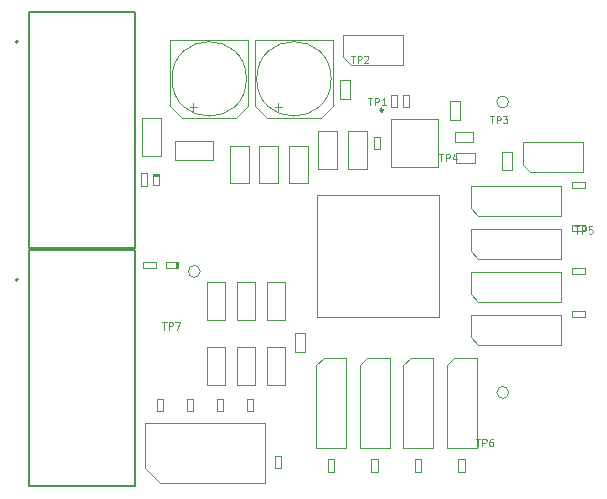
<source format=gbr>
%TF.GenerationSoftware,KiCad,Pcbnew,6.0.1-79c1e3a40b~116~ubuntu20.04.1*%
%TF.CreationDate,2022-01-22T21:44:13+01:00*%
%TF.ProjectId,Step_Down_Converter,53746570-5f44-46f7-976e-5f436f6e7665,rev?*%
%TF.SameCoordinates,Original*%
%TF.FileFunction,AssemblyDrawing,Top*%
%FSLAX46Y46*%
G04 Gerber Fmt 4.6, Leading zero omitted, Abs format (unit mm)*
G04 Created by KiCad (PCBNEW 6.0.1-79c1e3a40b~116~ubuntu20.04.1) date 2022-01-22 21:44:13*
%MOMM*%
%LPD*%
G01*
G04 APERTURE LIST*
%ADD10C,0.070000*%
%ADD11C,0.100000*%
%ADD12C,0.127000*%
%ADD13C,0.200000*%
%ADD14C,0.220000*%
G04 APERTURE END LIST*
D10*
X175992857Y-133371428D02*
X176335714Y-133371428D01*
X176164285Y-133971428D02*
X176164285Y-133371428D01*
X176535714Y-133971428D02*
X176535714Y-133371428D01*
X176764285Y-133371428D01*
X176821428Y-133400000D01*
X176850000Y-133428571D01*
X176878571Y-133485714D01*
X176878571Y-133571428D01*
X176850000Y-133628571D01*
X176821428Y-133657142D01*
X176764285Y-133685714D01*
X176535714Y-133685714D01*
X177078571Y-133371428D02*
X177478571Y-133371428D01*
X177221428Y-133971428D01*
X203742857Y-115921428D02*
X204085714Y-115921428D01*
X203914285Y-116521428D02*
X203914285Y-115921428D01*
X204285714Y-116521428D02*
X204285714Y-115921428D01*
X204514285Y-115921428D01*
X204571428Y-115950000D01*
X204600000Y-115978571D01*
X204628571Y-116035714D01*
X204628571Y-116121428D01*
X204600000Y-116178571D01*
X204571428Y-116207142D01*
X204514285Y-116235714D01*
X204285714Y-116235714D01*
X204828571Y-115921428D02*
X205200000Y-115921428D01*
X205000000Y-116150000D01*
X205085714Y-116150000D01*
X205142857Y-116178571D01*
X205171428Y-116207142D01*
X205200000Y-116264285D01*
X205200000Y-116407142D01*
X205171428Y-116464285D01*
X205142857Y-116492857D01*
X205085714Y-116521428D01*
X204914285Y-116521428D01*
X204857142Y-116492857D01*
X204828571Y-116464285D01*
X202542857Y-143246428D02*
X202885714Y-143246428D01*
X202714285Y-143846428D02*
X202714285Y-143246428D01*
X203085714Y-143846428D02*
X203085714Y-143246428D01*
X203314285Y-143246428D01*
X203371428Y-143275000D01*
X203400000Y-143303571D01*
X203428571Y-143360714D01*
X203428571Y-143446428D01*
X203400000Y-143503571D01*
X203371428Y-143532142D01*
X203314285Y-143560714D01*
X203085714Y-143560714D01*
X203942857Y-143246428D02*
X203828571Y-143246428D01*
X203771428Y-143275000D01*
X203742857Y-143303571D01*
X203685714Y-143389285D01*
X203657142Y-143503571D01*
X203657142Y-143732142D01*
X203685714Y-143789285D01*
X203714285Y-143817857D01*
X203771428Y-143846428D01*
X203885714Y-143846428D01*
X203942857Y-143817857D01*
X203971428Y-143789285D01*
X204000000Y-143732142D01*
X204000000Y-143589285D01*
X203971428Y-143532142D01*
X203942857Y-143503571D01*
X203885714Y-143475000D01*
X203771428Y-143475000D01*
X203714285Y-143503571D01*
X203685714Y-143532142D01*
X203657142Y-143589285D01*
X210952857Y-125246428D02*
X211295714Y-125246428D01*
X211124285Y-125846428D02*
X211124285Y-125246428D01*
X211495714Y-125846428D02*
X211495714Y-125246428D01*
X211724285Y-125246428D01*
X211781428Y-125275000D01*
X211810000Y-125303571D01*
X211838571Y-125360714D01*
X211838571Y-125446428D01*
X211810000Y-125503571D01*
X211781428Y-125532142D01*
X211724285Y-125560714D01*
X211495714Y-125560714D01*
X212381428Y-125246428D02*
X212095714Y-125246428D01*
X212067142Y-125532142D01*
X212095714Y-125503571D01*
X212152857Y-125475000D01*
X212295714Y-125475000D01*
X212352857Y-125503571D01*
X212381428Y-125532142D01*
X212410000Y-125589285D01*
X212410000Y-125732142D01*
X212381428Y-125789285D01*
X212352857Y-125817857D01*
X212295714Y-125846428D01*
X212152857Y-125846428D01*
X212095714Y-125817857D01*
X212067142Y-125789285D01*
X191967857Y-110796428D02*
X192310714Y-110796428D01*
X192139285Y-111396428D02*
X192139285Y-110796428D01*
X192510714Y-111396428D02*
X192510714Y-110796428D01*
X192739285Y-110796428D01*
X192796428Y-110825000D01*
X192825000Y-110853571D01*
X192853571Y-110910714D01*
X192853571Y-110996428D01*
X192825000Y-111053571D01*
X192796428Y-111082142D01*
X192739285Y-111110714D01*
X192510714Y-111110714D01*
X193082142Y-110853571D02*
X193110714Y-110825000D01*
X193167857Y-110796428D01*
X193310714Y-110796428D01*
X193367857Y-110825000D01*
X193396428Y-110853571D01*
X193425000Y-110910714D01*
X193425000Y-110967857D01*
X193396428Y-111053571D01*
X193053571Y-111396428D01*
X193425000Y-111396428D01*
X199442857Y-119121428D02*
X199785714Y-119121428D01*
X199614285Y-119721428D02*
X199614285Y-119121428D01*
X199985714Y-119721428D02*
X199985714Y-119121428D01*
X200214285Y-119121428D01*
X200271428Y-119150000D01*
X200300000Y-119178571D01*
X200328571Y-119235714D01*
X200328571Y-119321428D01*
X200300000Y-119378571D01*
X200271428Y-119407142D01*
X200214285Y-119435714D01*
X199985714Y-119435714D01*
X200842857Y-119321428D02*
X200842857Y-119721428D01*
X200700000Y-119092857D02*
X200557142Y-119521428D01*
X200928571Y-119521428D01*
X193430607Y-114376928D02*
X193773464Y-114376928D01*
X193602035Y-114976928D02*
X193602035Y-114376928D01*
X193973464Y-114976928D02*
X193973464Y-114376928D01*
X194202035Y-114376928D01*
X194259178Y-114405500D01*
X194287750Y-114434071D01*
X194316321Y-114491214D01*
X194316321Y-114576928D01*
X194287750Y-114634071D01*
X194259178Y-114662642D01*
X194202035Y-114691214D01*
X193973464Y-114691214D01*
X194887750Y-114976928D02*
X194544892Y-114976928D01*
X194716321Y-114976928D02*
X194716321Y-114376928D01*
X194659178Y-114462642D01*
X194602035Y-114519785D01*
X194544892Y-114548357D01*
D11*
X196360000Y-109030000D02*
X196360000Y-111570000D01*
X191915000Y-111570000D02*
X191280000Y-110935000D01*
X191280000Y-109030000D02*
X196360000Y-109030000D01*
X196360000Y-111570000D02*
X191915000Y-111570000D01*
X191280000Y-110935000D02*
X191280000Y-109030000D01*
X200362500Y-116200000D02*
X200362500Y-114600000D01*
X201187500Y-114600000D02*
X201187500Y-116200000D01*
X201187500Y-116200000D02*
X200362500Y-116200000D01*
X200362500Y-114600000D02*
X201187500Y-114600000D01*
X174375000Y-128770000D02*
X174375000Y-128230000D01*
X175425000Y-128770000D02*
X174375000Y-128770000D01*
X175425000Y-128230000D02*
X175425000Y-128770000D01*
X174375000Y-128230000D02*
X175425000Y-128230000D01*
X185800000Y-121600000D02*
X184200000Y-121600000D01*
X184200000Y-118400000D02*
X185800000Y-118400000D01*
X184200000Y-121600000D02*
X184200000Y-118400000D01*
X185800000Y-118400000D02*
X185800000Y-121600000D01*
X174720000Y-120750000D02*
X174720000Y-121800000D01*
X174720000Y-121800000D02*
X174180000Y-121800000D01*
X174180000Y-121800000D02*
X174180000Y-120750000D01*
X174180000Y-120750000D02*
X174720000Y-120750000D01*
X191700000Y-120350000D02*
X191700000Y-117150000D01*
X193300000Y-120350000D02*
X191700000Y-120350000D01*
X193300000Y-117150000D02*
X193300000Y-120350000D01*
X191700000Y-117150000D02*
X193300000Y-117150000D01*
X177300000Y-128750000D02*
X176300000Y-128750000D01*
X176300000Y-128250000D02*
X177300000Y-128250000D01*
X176300000Y-128750000D02*
X176300000Y-128250000D01*
X177200000Y-128250000D02*
X177200000Y-128750000D01*
X177100000Y-128250000D02*
X177100000Y-128750000D01*
X177300000Y-128250000D02*
X177300000Y-128750000D01*
X193675000Y-144975000D02*
X194215000Y-144975000D01*
X194215000Y-146025000D02*
X193675000Y-146025000D01*
X194215000Y-144975000D02*
X194215000Y-146025000D01*
X193675000Y-146025000D02*
X193675000Y-144975000D01*
X202088000Y-129080000D02*
X209708000Y-129080000D01*
X202088000Y-130985000D02*
X202088000Y-129080000D01*
X209708000Y-129080000D02*
X209708000Y-131620000D01*
X202723000Y-131620000D02*
X202088000Y-130985000D01*
X209708000Y-131620000D02*
X202723000Y-131620000D01*
X190425000Y-115050000D02*
X190425000Y-109450000D01*
X189425000Y-116050000D02*
X190425000Y-115050000D01*
X184825000Y-116050000D02*
X189425000Y-116050000D01*
X185480000Y-115139838D02*
X186110000Y-115139838D01*
X183825000Y-109450000D02*
X190425000Y-109450000D01*
X183825000Y-115050000D02*
X183825000Y-109450000D01*
X184825000Y-116050000D02*
X183825000Y-115050000D01*
X185795000Y-115454838D02*
X185795000Y-114824838D01*
X190275000Y-112750000D02*
G75*
G03*
X190275000Y-112750000I-3150000J0D01*
G01*
X196355000Y-114100000D02*
X196895000Y-114100000D01*
X196895000Y-115150000D02*
X196355000Y-115150000D01*
X196355000Y-115150000D02*
X196355000Y-114100000D01*
X196895000Y-114100000D02*
X196895000Y-115150000D01*
X190532000Y-146025000D02*
X189992000Y-146025000D01*
X190532000Y-144975000D02*
X190532000Y-146025000D01*
X189992000Y-146025000D02*
X189992000Y-144975000D01*
X189992000Y-144975000D02*
X190532000Y-144975000D01*
X195215000Y-144000000D02*
X192675000Y-144000000D01*
X192675000Y-144000000D02*
X192675000Y-137015000D01*
X193310000Y-136380000D02*
X195215000Y-136380000D01*
X192675000Y-137015000D02*
X193310000Y-136380000D01*
X195215000Y-136380000D02*
X195215000Y-144000000D01*
X210675000Y-132945000D02*
X210675000Y-132405000D01*
X210675000Y-132405000D02*
X211725000Y-132405000D01*
X211725000Y-132945000D02*
X210675000Y-132945000D01*
X211725000Y-132405000D02*
X211725000Y-132945000D01*
X205300000Y-139300000D02*
G75*
G03*
X205300000Y-139300000I-500000J0D01*
G01*
X181325000Y-129950000D02*
X181325000Y-133150000D01*
X179725000Y-129950000D02*
X181325000Y-129950000D01*
X179725000Y-133150000D02*
X179725000Y-129950000D01*
X181325000Y-133150000D02*
X179725000Y-133150000D01*
X195359000Y-114125000D02*
X195859000Y-114125000D01*
X195359000Y-115125000D02*
X195359000Y-114125000D01*
X195859000Y-115125000D02*
X195359000Y-115125000D01*
X195859000Y-114125000D02*
X195859000Y-115125000D01*
X175505000Y-139836000D02*
X176045000Y-139836000D01*
X176045000Y-140886000D02*
X175505000Y-140886000D01*
X175505000Y-140886000D02*
X175505000Y-139836000D01*
X176045000Y-139836000D02*
X176045000Y-140886000D01*
X205587500Y-118900000D02*
X205587500Y-120500000D01*
X205587500Y-120500000D02*
X204762500Y-120500000D01*
X204762500Y-118900000D02*
X205587500Y-118900000D01*
X204762500Y-120500000D02*
X204762500Y-118900000D01*
X209708000Y-135270000D02*
X202723000Y-135270000D01*
X202088000Y-132730000D02*
X209708000Y-132730000D01*
X202088000Y-134635000D02*
X202088000Y-132730000D01*
X209708000Y-132730000D02*
X209708000Y-135270000D01*
X202723000Y-135270000D02*
X202088000Y-134635000D01*
X182265000Y-133150000D02*
X182265000Y-129950000D01*
X183865000Y-129950000D02*
X183865000Y-133150000D01*
X183865000Y-133150000D02*
X182265000Y-133150000D01*
X182265000Y-129950000D02*
X183865000Y-129950000D01*
X189106500Y-122606500D02*
X199393500Y-122606500D01*
X199393500Y-122606500D02*
X199393500Y-132893500D01*
X199393500Y-132893500D02*
X189106500Y-132893500D01*
X189106500Y-132893500D02*
X189106500Y-122606500D01*
X180585000Y-140886000D02*
X180585000Y-139836000D01*
X180585000Y-139836000D02*
X181125000Y-139836000D01*
X181125000Y-140886000D02*
X180585000Y-140886000D01*
X181125000Y-139836000D02*
X181125000Y-140886000D01*
X202088000Y-121780000D02*
X209708000Y-121780000D01*
X202723000Y-124320000D02*
X202088000Y-123685000D01*
X202088000Y-123685000D02*
X202088000Y-121780000D01*
X209708000Y-121780000D02*
X209708000Y-124320000D01*
X209708000Y-124320000D02*
X202723000Y-124320000D01*
X182265000Y-138650000D02*
X182265000Y-135450000D01*
X183865000Y-135450000D02*
X183865000Y-138650000D01*
X183865000Y-138650000D02*
X182265000Y-138650000D01*
X182265000Y-135450000D02*
X183865000Y-135450000D01*
X197898000Y-144975000D02*
X197898000Y-146025000D01*
X197358000Y-146025000D02*
X197358000Y-144975000D01*
X197898000Y-146025000D02*
X197358000Y-146025000D01*
X197358000Y-144975000D02*
X197898000Y-144975000D01*
X188300000Y-118400000D02*
X188300000Y-121600000D01*
X186700000Y-118400000D02*
X188300000Y-118400000D01*
X188300000Y-121600000D02*
X186700000Y-121600000D01*
X186700000Y-121600000D02*
X186700000Y-118400000D01*
X202581000Y-136380000D02*
X202581000Y-144000000D01*
X200041000Y-144000000D02*
X200041000Y-137015000D01*
X200676000Y-136380000D02*
X202581000Y-136380000D01*
X202581000Y-144000000D02*
X200041000Y-144000000D01*
X200041000Y-137015000D02*
X200676000Y-136380000D01*
X191887500Y-114450000D02*
X191062500Y-114450000D01*
X191062500Y-114450000D02*
X191062500Y-112850000D01*
X191887500Y-112850000D02*
X191887500Y-114450000D01*
X191062500Y-112850000D02*
X191887500Y-112850000D01*
X183665000Y-140886000D02*
X183125000Y-140886000D01*
X183665000Y-139836000D02*
X183665000Y-140886000D01*
X183125000Y-139836000D02*
X183665000Y-139836000D01*
X183125000Y-140886000D02*
X183125000Y-139836000D01*
X174275000Y-116100000D02*
X175875000Y-116100000D01*
X175875000Y-119300000D02*
X174275000Y-119300000D01*
X175875000Y-116100000D02*
X175875000Y-119300000D01*
X174275000Y-119300000D02*
X174275000Y-116100000D01*
X202723000Y-127970000D02*
X202088000Y-127335000D01*
X209708000Y-125430000D02*
X209708000Y-127970000D01*
X209708000Y-127970000D02*
X202723000Y-127970000D01*
X202088000Y-125430000D02*
X209708000Y-125430000D01*
X202088000Y-127335000D02*
X202088000Y-125430000D01*
X186405000Y-138650000D02*
X184805000Y-138650000D01*
X184805000Y-138650000D02*
X184805000Y-135450000D01*
X184805000Y-135450000D02*
X186405000Y-135450000D01*
X186405000Y-135450000D02*
X186405000Y-138650000D01*
X185990800Y-144720000D02*
X185990800Y-145720000D01*
X185990800Y-145720000D02*
X185490800Y-145720000D01*
X185490800Y-144720000D02*
X185990800Y-144720000D01*
X185490800Y-145720000D02*
X185490800Y-144720000D01*
X206505000Y-120035000D02*
X206505000Y-118130000D01*
X211585000Y-118130000D02*
X211585000Y-120670000D01*
X211585000Y-120670000D02*
X207140000Y-120670000D01*
X206505000Y-118130000D02*
X211585000Y-118130000D01*
X207140000Y-120670000D02*
X206505000Y-120035000D01*
X205300000Y-114700000D02*
G75*
G03*
X205300000Y-114700000I-500000J0D01*
G01*
X179725000Y-138650000D02*
X179725000Y-135450000D01*
X181325000Y-135450000D02*
X181325000Y-138650000D01*
X179725000Y-135450000D02*
X181325000Y-135450000D01*
X181325000Y-138650000D02*
X179725000Y-138650000D01*
X187247000Y-135906000D02*
X187247000Y-134306000D01*
X188047000Y-134306000D02*
X188047000Y-135906000D01*
X187247000Y-134306000D02*
X188047000Y-134306000D01*
X188047000Y-135906000D02*
X187247000Y-135906000D01*
D12*
X164662500Y-147250000D02*
X164662500Y-127250000D01*
X164662500Y-127250000D02*
X173662500Y-127250000D01*
X173662500Y-127250000D02*
X173662500Y-147250000D01*
X173662500Y-147250000D02*
X164662500Y-147250000D01*
D13*
X163762500Y-129750000D02*
G75*
G03*
X163762500Y-129750000I-100000J0D01*
G01*
D11*
X199362750Y-120187500D02*
X195362750Y-120187500D01*
X195362750Y-116187500D02*
X199362750Y-116187500D01*
X195362750Y-120187500D02*
X195362750Y-116187500D01*
X199362750Y-116187500D02*
X199362750Y-120187500D01*
D14*
X194672500Y-115387500D02*
G75*
G03*
X194672500Y-115387500I-110000J0D01*
G01*
D11*
X202325000Y-118075000D02*
X200725000Y-118075000D01*
X200725000Y-118075000D02*
X200725000Y-117275000D01*
X202325000Y-117275000D02*
X202325000Y-118075000D01*
X200725000Y-117275000D02*
X202325000Y-117275000D01*
X193937750Y-118687500D02*
X193937750Y-117687500D01*
X194437750Y-118687500D02*
X193937750Y-118687500D01*
X193937750Y-117687500D02*
X194437750Y-117687500D01*
X194437750Y-117687500D02*
X194437750Y-118687500D01*
X175700000Y-120775000D02*
X175700000Y-121775000D01*
X175200000Y-120975000D02*
X175700000Y-120975000D01*
X175700000Y-121775000D02*
X175200000Y-121775000D01*
X175200000Y-121775000D02*
X175200000Y-120775000D01*
X175200000Y-120775000D02*
X175700000Y-120775000D01*
X175200000Y-120875000D02*
X175700000Y-120875000D01*
X179175000Y-129050000D02*
G75*
G03*
X179175000Y-129050000I-500000J0D01*
G01*
X211725000Y-125105000D02*
X211725000Y-125645000D01*
X211725000Y-125645000D02*
X210675000Y-125645000D01*
X210675000Y-125645000D02*
X210675000Y-125105000D01*
X210675000Y-125105000D02*
X211725000Y-125105000D01*
X174515000Y-141890000D02*
X184675000Y-141890000D01*
X174515000Y-145700000D02*
X174515000Y-141890000D01*
X184675000Y-146970000D02*
X175785000Y-146970000D01*
X175785000Y-146970000D02*
X174515000Y-145700000D01*
X184675000Y-141890000D02*
X184675000Y-146970000D01*
X178045000Y-139836000D02*
X178585000Y-139836000D01*
X178585000Y-140886000D02*
X178045000Y-140886000D01*
X178585000Y-139836000D02*
X178585000Y-140886000D01*
X178045000Y-140886000D02*
X178045000Y-139836000D01*
D12*
X173662500Y-107100000D02*
X173662500Y-127100000D01*
X164662500Y-127100000D02*
X164662500Y-107100000D01*
X164662500Y-107100000D02*
X173662500Y-107100000D01*
X173662500Y-127100000D02*
X164662500Y-127100000D01*
D13*
X163762500Y-109600000D02*
G75*
G03*
X163762500Y-109600000I-100000J0D01*
G01*
D11*
X196358000Y-144000000D02*
X196358000Y-137015000D01*
X196993000Y-136380000D02*
X198898000Y-136380000D01*
X196358000Y-137015000D02*
X196993000Y-136380000D01*
X198898000Y-144000000D02*
X196358000Y-144000000D01*
X198898000Y-136380000D02*
X198898000Y-144000000D01*
X189200000Y-120350000D02*
X189200000Y-117150000D01*
X189200000Y-117150000D02*
X190800000Y-117150000D01*
X190800000Y-117150000D02*
X190800000Y-120350000D01*
X190800000Y-120350000D02*
X189200000Y-120350000D01*
X177050000Y-119600000D02*
X177050000Y-118000000D01*
X180250000Y-118000000D02*
X180250000Y-119600000D01*
X180250000Y-119600000D02*
X177050000Y-119600000D01*
X177050000Y-118000000D02*
X180250000Y-118000000D01*
X176650000Y-115050000D02*
X176650000Y-109450000D01*
X177650000Y-116050000D02*
X182250000Y-116050000D01*
X182250000Y-116050000D02*
X183250000Y-115050000D01*
X183250000Y-115050000D02*
X183250000Y-109450000D01*
X176650000Y-109450000D02*
X183250000Y-109450000D01*
X177650000Y-116050000D02*
X176650000Y-115050000D01*
X178620000Y-115454838D02*
X178620000Y-114824838D01*
X178305000Y-115139838D02*
X178935000Y-115139838D01*
X183100000Y-112750000D02*
G75*
G03*
X183100000Y-112750000I-3150000J0D01*
G01*
X181700000Y-121600000D02*
X181700000Y-118400000D01*
X183300000Y-118400000D02*
X183300000Y-121600000D01*
X183300000Y-121600000D02*
X181700000Y-121600000D01*
X181700000Y-118400000D02*
X183300000Y-118400000D01*
X210675000Y-121995000D02*
X210675000Y-121455000D01*
X211725000Y-121995000D02*
X210675000Y-121995000D01*
X211725000Y-121455000D02*
X211725000Y-121995000D01*
X210675000Y-121455000D02*
X211725000Y-121455000D01*
X188992000Y-137015000D02*
X189627000Y-136380000D01*
X191532000Y-144000000D02*
X188992000Y-144000000D01*
X191532000Y-136380000D02*
X191532000Y-144000000D01*
X189627000Y-136380000D02*
X191532000Y-136380000D01*
X188992000Y-144000000D02*
X188992000Y-137015000D01*
X201041000Y-144975000D02*
X201581000Y-144975000D01*
X201041000Y-146025000D02*
X201041000Y-144975000D01*
X201581000Y-146025000D02*
X201041000Y-146025000D01*
X201581000Y-144975000D02*
X201581000Y-146025000D01*
X184805000Y-133150000D02*
X184805000Y-129950000D01*
X186405000Y-133150000D02*
X184805000Y-133150000D01*
X184805000Y-129950000D02*
X186405000Y-129950000D01*
X186405000Y-129950000D02*
X186405000Y-133150000D01*
X211725000Y-129295000D02*
X210675000Y-129295000D01*
X211725000Y-128755000D02*
X211725000Y-129295000D01*
X210675000Y-129295000D02*
X210675000Y-128755000D01*
X210675000Y-128755000D02*
X211725000Y-128755000D01*
X200880750Y-119850000D02*
X200880750Y-119050000D01*
X202480750Y-119050000D02*
X202480750Y-119850000D01*
X202480750Y-119850000D02*
X200880750Y-119850000D01*
X200880750Y-119050000D02*
X202480750Y-119050000D01*
M02*

</source>
